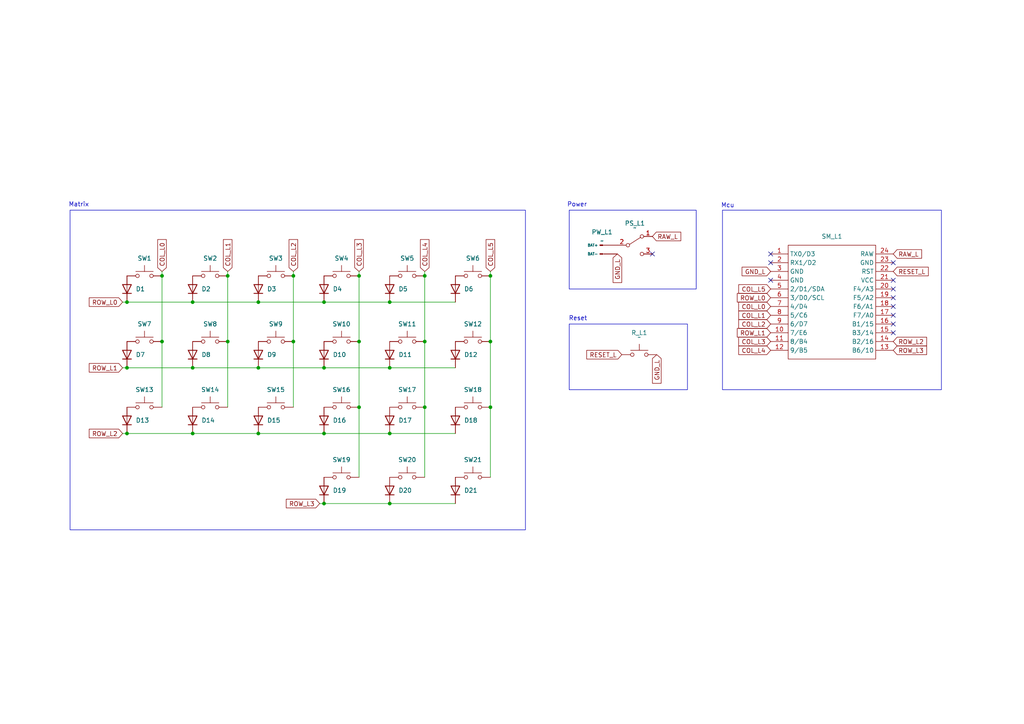
<source format=kicad_sch>
(kicad_sch (version 20250114) (generator "eeschema") (generator_version "9.0")
  (paper "A4")
  (lib_symbols
    (symbol "kometa:Battery" (pin_numbers (hide yes)) (pin_names (offset 1.778))
      (property "Reference" "PW" (at 0 4.826 0))
      (symbol "Battery_1_1"
        (rectangle (start -1.6764 1.397) (end -2.54 1.143) (stroke (width 0.1524)) (fill (type outline)))
        (rectangle (start -1.6764 -1.143) (end -2.54 -1.397) (stroke (width 0.1524)) (fill (type outline)))
        (polyline (pts (xy -1.27 1.27) (xy -1.6764 1.27)) (stroke (width 0.1524)))
        (polyline (pts (xy -1.27 -1.27) (xy -1.6764 -1.27)) (stroke (width 0.1524)))
        (pin passive line (at 2.54 1.27 180) (length 3.81) (name "BAT+") (number "1"))
        (pin passive line (at 2.54 -1.27 180) (length 3.81) (name "BAT-") (number "2"))
      )
    )
    (symbol "kometa:Diode" (pin_numbers (hide yes)) (pin_names (hide yes))
      (property "Reference" "D" (at 0 2.54 0))
      (symbol "Diode_0_1"
        (polyline (pts (xy -1.27 1.27) (xy -1.27 -1.27)) (stroke (width 0.254)))
        (polyline (pts (xy 1.27 1.27) (xy 1.27 -1.27) (xy -1.27 0) (xy 1.27 1.27)) (stroke (width 0.254)))
        (polyline (pts (xy 1.27 0) (xy -1.27 0)))
      )
      (symbol "Diode_1_1"
        (pin passive line (at -3.81 0 0) (length 2.54) (name "K") (number "1"))
        (pin passive line (at 3.81 0 180) (length 2.54) (name "A") (number "2"))
      )
    )
    (symbol "kometa:Keyswitch" (pin_numbers (hide yes)) (pin_names (hide yes))
      (property "Reference" "SW" (at 0 4.572 0))
      (symbol "Keyswitch_0_1"
        (circle (center -2.032 0) (radius 0.508))
        (polyline (pts (xy 0 1.27) (xy 0 3.048)))
        (circle (center 2.032 0) (radius 0.508))
        (polyline (pts (xy 2.54 1.27) (xy -2.54 1.27)))
        (pin passive line (at -5.08 0 0) (length 2.54) (name "1") (number "1"))
        (pin passive line (at 5.08 0 180) (length 2.54) (name "2") (number "2"))
      )
    )
    (symbol "kometa:Power" (pin_names (hide yes))
      (property "Reference" "PS" (at 0 7.874 0))
      (symbol "Power_0_0"
        (circle (center -4.572 0) (radius 0.508))
        (circle (center -0.508 -2.54) (radius 0.508))
      )
      (symbol "Power_0_1"
        (polyline (pts (xy -4.064 0.254) (xy -0.889 2.286)))
        (circle (center -0.508 2.54) (radius 0.508))
      )
      (symbol "Power_1_1"
        (pin passive line (at -7.62 0 0) (length 2.54) (name "B") (number "2"))
        (pin passive line (at 2.54 2.54 180) (length 2.54) (name "A") (number "1"))
        (pin passive line (at 2.54 -2.54 180) (length 2.54) (name "C") (number "3"))
      )
    )
    (symbol "kometa:Reset" (pin_numbers (hide yes)) (pin_names (offset 1.27) (hide yes))
      (property "Reference" "R" (at 0 4.826 0))
      (symbol "Reset_0_1"
        (circle (center -2.032 0) (radius 0.508))
        (polyline (pts (xy 0 1.27) (xy 0 3.048)))
        (circle (center 2.032 0) (radius 0.508))
        (polyline (pts (xy 2.54 1.27) (xy -2.54 1.27)))
        (pin passive line (at -5.08 0 0) (length 2.54) (name "1") (number "1"))
        (pin passive line (at 5.08 0 180) (length 2.54) (name "2") (number "2"))
      )
    )
    (symbol "kometa:SuperMini"
      (property "Reference" "SM" (at 0 17.272 0))
      (symbol "SuperMini_0_1"
        (rectangle (start -12.7 15.24) (end 12.7 -17.78))
      )
      (symbol "SuperMini_1_1"
        (pin bidirectional line (at -17.78 12.7 0) (length 5.08) (name "TX0/D3") (number "1"))
        (pin bidirectional line (at -17.78 10.16 0) (length 5.08) (name "RX1/D2") (number "2"))
        (pin power_in line (at -17.78 7.62 0) (length 5.08) (name "GND") (number "3"))
        (pin power_in line (at -17.78 5.08 0) (length 5.08) (name "GND") (number "4"))
        (pin bidirectional line (at -17.78 2.54 0) (length 5.08) (name "2/D1/SDA") (number "5"))
        (pin bidirectional line (at -17.78 0 0) (length 5.08) (name "3/D0/SCL") (number "6"))
        (pin bidirectional line (at -17.78 -2.54 0) (length 5.08) (name "4/D4") (number "7"))
        (pin bidirectional line (at -17.78 -5.08 0) (length 5.08) (name "5/C6") (number "8"))
        (pin bidirectional line (at -17.78 -7.62 0) (length 5.08) (name "6/D7") (number "9"))
        (pin bidirectional line (at -17.78 -10.16 0) (length 5.08) (name "7/E6") (number "10"))
        (pin bidirectional line (at -17.78 -12.7 0) (length 5.08) (name "8/B4") (number "11"))
        (pin bidirectional line (at -17.78 -15.24 0) (length 5.08) (name "9/B5") (number "12"))
        (pin power_out line (at 17.78 12.7 180) (length 5.08) (name "RAW") (number "24"))
        (pin power_in line (at 17.78 10.16 180) (length 5.08) (name "GND") (number "23"))
        (pin input line (at 17.78 7.62 180) (length 5.08) (name "RST") (number "22"))
        (pin power_in line (at 17.78 5.08 180) (length 5.08) (name "VCC") (number "21"))
        (pin bidirectional line (at 17.78 2.54 180) (length 5.08) (name "F4/A3") (number "20"))
        (pin bidirectional line (at 17.78 0 180) (length 5.08) (name "F5/A2") (number "19"))
        (pin bidirectional line (at 17.78 -2.54 180) (length 5.08) (name "F6/A1") (number "18"))
        (pin bidirectional line (at 17.78 -5.08 180) (length 5.08) (name "F7/A0") (number "17"))
        (pin bidirectional line (at 17.78 -7.62 180) (length 5.08) (name "B1/15") (number "16"))
        (pin bidirectional line (at 17.78 -10.16 180) (length 5.08) (name "B3/14") (number "15"))
        (pin bidirectional line (at 17.78 -12.7 180) (length 5.08) (name "B2/16") (number "14"))
        (pin bidirectional line (at 17.78 -15.24 180) (length 5.08) (name "B6/10") (number "13"))
      )
    )
  )
  (rectangle (start 165.1 60.96) (end 201.93 83.82))
  (rectangle (start 209.55 60.96) (end 273.05 113.03))
  (rectangle (start 165.1 93.98) (end 199.39 113.03))
  (rectangle (start 20.32 60.96) (end 152.4 153.67))
  (text "Reset\n" (at 167.64 92.456 0) (effects (font (size 1.27 1.27))))
  (text "Power" (at 167.386 59.436 0) (effects (font (size 1.27 1.27))))
  (text "Matrix\n" (at 22.86 59.436 0) (effects (font (size 1.27 1.27))))
  (text "Mcu" (at 211.074 59.69 0) (effects (font (size 1.27 1.27))))
  (junction (at 55.88 106.68))
  (junction (at 66.04 80.01))
  (junction (at 74.93 106.68))
  (junction (at 36.83 87.63))
  (junction (at 46.99 80.01))
  (junction (at 36.83 106.68))
  (junction (at 46.99 99.06))
  (junction (at 104.14 99.06))
  (junction (at 85.09 99.06))
  (junction (at 55.88 87.63))
  (junction (at 104.14 80.01))
  (junction (at 142.24 118.11))
  (junction (at 123.19 118.11))
  (junction (at 113.03 146.05))
  (junction (at 93.98 87.63))
  (junction (at 113.03 87.63))
  (junction (at 36.83 125.73))
  (junction (at 66.04 99.06))
  (junction (at 55.88 125.73))
  (junction (at 113.03 125.73))
  (junction (at 123.19 80.01))
  (junction (at 85.09 80.01))
  (junction (at 142.24 99.06))
  (junction (at 113.03 106.68))
  (junction (at 93.98 106.68))
  (junction (at 142.24 80.01))
  (junction (at 93.98 146.05))
  (junction (at 74.93 125.73))
  (junction (at 104.14 118.11))
  (junction (at 93.98 125.73))
  (junction (at 74.93 87.63))
  (junction (at 123.19 99.06))
  (no_connect (at 259.08 76.2))
  (no_connect (at 223.52 73.66))
  (no_connect (at 223.52 76.2))
  (no_connect (at 259.08 83.82))
  (no_connect (at 259.08 91.44))
  (no_connect (at 259.08 86.36))
  (no_connect (at 259.08 93.98))
  (no_connect (at 223.52 81.28))
  (no_connect (at 189.23 73.66))
  (no_connect (at 259.08 88.9))
  (no_connect (at 259.08 81.28))
  (no_connect (at 259.08 96.52))
  (wire (pts (xy 36.83 87.63) (xy 55.88 87.63)))
  (wire (pts (xy 36.83 106.68) (xy 55.88 106.68)))
  (wire (pts (xy 142.24 118.11) (xy 142.24 138.43)))
  (wire (pts (xy 104.14 80.01) (xy 104.14 99.06)))
  (wire (pts (xy 93.98 87.63) (xy 113.03 87.63)))
  (wire (pts (xy 104.14 78.74) (xy 104.14 80.01)))
  (wire (pts (xy 66.04 78.74) (xy 66.04 80.01)))
  (wire (pts (xy 93.98 106.68) (xy 113.03 106.68)))
  (wire (pts (xy 36.83 125.73) (xy 55.88 125.73)))
  (wire (pts (xy 93.98 125.73) (xy 113.03 125.73)))
  (wire (pts (xy 35.56 125.73) (xy 36.83 125.73)))
  (wire (pts (xy 35.56 87.63) (xy 36.83 87.63)))
  (wire (pts (xy 123.19 78.74) (xy 123.19 80.01)))
  (wire (pts (xy 46.99 78.74) (xy 46.99 80.01)))
  (wire (pts (xy 55.88 125.73) (xy 74.93 125.73)))
  (wire (pts (xy 46.99 99.06) (xy 46.99 118.11)))
  (wire (pts (xy 113.03 87.63) (xy 132.08 87.63)))
  (wire (pts (xy 113.03 106.68) (xy 132.08 106.68)))
  (wire (pts (xy 66.04 80.01) (xy 66.04 99.06)))
  (wire (pts (xy 46.99 80.01) (xy 46.99 99.06)))
  (wire (pts (xy 35.56 106.68) (xy 36.83 106.68)))
  (wire (pts (xy 66.04 99.06) (xy 66.04 118.11)))
  (wire (pts (xy 142.24 99.06) (xy 142.24 118.11)))
  (wire (pts (xy 142.24 80.01) (xy 142.24 99.06)))
  (wire (pts (xy 123.19 80.01) (xy 123.19 99.06)))
  (wire (pts (xy 113.03 146.05) (xy 132.08 146.05)))
  (wire (pts (xy 104.14 118.11) (xy 104.14 138.43)))
  (wire (pts (xy 104.14 99.06) (xy 104.14 118.11)))
  (wire (pts (xy 92.71 146.05) (xy 93.98 146.05)))
  (wire (pts (xy 142.24 78.74) (xy 142.24 80.01)))
  (wire (pts (xy 123.19 118.11) (xy 123.19 138.43)))
  (wire (pts (xy 55.88 106.68) (xy 74.93 106.68)))
  (wire (pts (xy 85.09 80.01) (xy 85.09 99.06)))
  (wire (pts (xy 113.03 125.73) (xy 132.08 125.73)))
  (wire (pts (xy 74.93 125.73) (xy 93.98 125.73)))
  (wire (pts (xy 85.09 99.06) (xy 85.09 118.11)))
  (wire (pts (xy 74.93 106.68) (xy 93.98 106.68)))
  (wire (pts (xy 93.98 146.05) (xy 113.03 146.05)))
  (wire (pts (xy 55.88 87.63) (xy 74.93 87.63)))
  (wire (pts (xy 123.19 99.06) (xy 123.19 118.11)))
  (wire (pts (xy 85.09 78.74) (xy 85.09 80.01)))
  (wire (pts (xy 74.93 87.63) (xy 93.98 87.63)))
  (global_label "ROW_L3" (shape input) (at 259.08 101.6 0) (property "Intersheetrefs" "${INTERSHEET_REFS}" (effects (hide yes))))
  (global_label "RESET_L" (shape input) (at 180.34 102.87 180) (property "Intersheetrefs" "${INTERSHEET_REFS}" (effects (hide yes))))
  (global_label "ROW_L2" (shape input) (at 35.56 125.73 180) (property "Intersheetrefs" "${INTERSHEET_REFS}" (effects (hide yes))))
  (global_label "RAW_L" (shape input) (at 189.23 68.58 0) (property "Intersheetrefs" "${INTERSHEET_REFS}" (effects (hide yes))))
  (global_label "GND_L" (shape input) (at 179.07 73.66 270) (property "Intersheetrefs" "${INTERSHEET_REFS}" (effects (hide yes))))
  (global_label "COL_L0" (shape input) (at 223.52 88.9 180) (property "Intersheetrefs" "${INTERSHEET_REFS}" (effects (hide yes))))
  (global_label "COL_L3" (shape input) (at 104.14 78.74 90) (property "Intersheetrefs" "${INTERSHEET_REFS}" (effects (hide yes))))
  (global_label "RAW_L" (shape input) (at 259.08 73.66 0) (property "Intersheetrefs" "${INTERSHEET_REFS}" (effects (hide yes))))
  (global_label "COL_L1" (shape input) (at 66.04 78.74 90) (property "Intersheetrefs" "${INTERSHEET_REFS}" (effects (hide yes))))
  (global_label "ROW_L0" (shape input) (at 35.56 87.63 180) (property "Intersheetrefs" "${INTERSHEET_REFS}" (effects (hide yes))))
  (global_label "ROW_L0" (shape input) (at 223.52 86.36 180) (property "Intersheetrefs" "${INTERSHEET_REFS}" (effects (hide yes))))
  (global_label "COL_L3" (shape input) (at 223.52 99.06 180) (property "Intersheetrefs" "${INTERSHEET_REFS}" (effects (hide yes))))
  (global_label "ROW_L2" (shape input) (at 259.08 99.06 0) (property "Intersheetrefs" "${INTERSHEET_REFS}" (effects (hide yes))))
  (global_label "COL_L4" (shape input) (at 123.19 78.74 90) (property "Intersheetrefs" "${INTERSHEET_REFS}" (effects (hide yes))))
  (global_label "ROW_L1" (shape input) (at 35.56 106.68 180) (property "Intersheetrefs" "${INTERSHEET_REFS}" (effects (hide yes))))
  (global_label "ROW_L1" (shape input) (at 223.52 96.52 180) (property "Intersheetrefs" "${INTERSHEET_REFS}" (effects (hide yes))))
  (global_label "COL_L2" (shape input) (at 223.52 93.98 180) (property "Intersheetrefs" "${INTERSHEET_REFS}" (effects (hide yes))))
  (global_label "COL_L0" (shape input) (at 46.99 78.74 90) (property "Intersheetrefs" "${INTERSHEET_REFS}" (effects (hide yes))))
  (global_label "COL_L5" (shape input) (at 142.24 78.74 90) (property "Intersheetrefs" "${INTERSHEET_REFS}" (effects (hide yes))))
  (global_label "COL_L2" (shape input) (at 85.09 78.74 90) (property "Intersheetrefs" "${INTERSHEET_REFS}" (effects (hide yes))))
  (global_label "GND_L" (shape input) (at 223.52 78.74 180) (property "Intersheetrefs" "${INTERSHEET_REFS}" (effects (hide yes))))
  (global_label "COL_L1" (shape input) (at 223.52 91.44 180) (property "Intersheetrefs" "${INTERSHEET_REFS}" (effects (hide yes))))
  (global_label "COL_L5" (shape input) (at 223.52 83.82 180) (property "Intersheetrefs" "${INTERSHEET_REFS}" (effects (hide yes))))
  (global_label "GND_L" (shape input) (at 190.5 102.87 270) (property "Intersheetrefs" "${INTERSHEET_REFS}" (effects (hide yes))))
  (global_label "ROW_L3" (shape input) (at 92.71 146.05 180) (property "Intersheetrefs" "${INTERSHEET_REFS}" (effects (hide yes))))
  (global_label "COL_L4" (shape input) (at 223.52 101.6 180) (property "Intersheetrefs" "${INTERSHEET_REFS}" (effects (hide yes))))
  (global_label "RESET_L" (shape input) (at 259.08 78.74 0) (property "Intersheetrefs" "${INTERSHEET_REFS}" (effects (hide yes))))
  (symbol (lib_id "kometa:Keyswitch") (at 80.01 99.06 0) (unit 1)
    (property "Reference" "SW9" (at 80.01 93.98 0))
    (property "Footprint" "lib:ChocV2" (effects (hide yes)))
  )
  (symbol (lib_id "kometa:Keyswitch") (at 137.16 99.06 0) (unit 1)
    (property "Reference" "SW12" (at 137.16 93.98 0))
    (property "Footprint" "lib:ChocV2" (effects (hide yes)))
  )
  (symbol (lib_id "kometa:Keyswitch") (at 41.91 80.01 0) (unit 1)
    (property "Reference" "SW1" (at 41.91 74.93 0))
    (property "Footprint" "lib:ChocV2" (effects (hide yes)))
  )
  (symbol (lib_id "kometa:Diode") (at 132.08 102.87 90) (unit 1)
    (property "Reference" "D12" (at 134.62 102.8699 90) (effects (justify right)))
    (property "Footprint" "lib:Diode" (effects (hide yes)))
  )
  (symbol (lib_id "kometa:Keyswitch") (at 137.16 80.01 0) (unit 1)
    (property "Reference" "SW6" (at 137.16 74.93 0))
    (property "Footprint" "lib:ChocV2" (effects (hide yes)))
  )
  (symbol (lib_id "kometa:Diode") (at 55.88 83.82 90) (unit 1)
    (property "Reference" "D2" (at 58.42 83.8199 90) (effects (justify right)))
    (property "Footprint" "lib:Diode" (effects (hide yes)))
  )
  (symbol (lib_id "kometa:Battery") (at 176.53 72.39 0) (unit 1)
    (property "Reference" "PW_L1" (at 174.625 67.31 0))
    (property "Value" "~" (at 174.625 69.85 0))
    (property "Footprint" "lib:Battery" (effects (hide yes)))
  )
  (symbol (lib_id "kometa:Diode") (at 74.93 102.87 90) (unit 1)
    (property "Reference" "D9" (at 77.47 102.8699 90) (effects (justify right)))
    (property "Footprint" "lib:Diode" (effects (hide yes)))
  )
  (symbol (lib_id "kometa:Keyswitch") (at 99.06 118.11 0) (unit 1)
    (property "Reference" "SW16" (at 99.06 113.03 0))
    (property "Footprint" "lib:ChocV2" (effects (hide yes)))
  )
  (symbol (lib_id "kometa:Keyswitch") (at 137.16 118.11 0) (unit 1)
    (property "Reference" "SW18" (at 137.16 113.03 0))
    (property "Footprint" "lib:ChocV2" (effects (hide yes)))
  )
  (symbol (lib_id "kometa:Keyswitch") (at 60.96 80.01 0) (unit 1)
    (property "Reference" "SW2" (at 60.96 74.93 0))
    (property "Footprint" "lib:ChocV2" (effects (hide yes)))
  )
  (symbol (lib_id "kometa:Keyswitch") (at 118.11 138.43 0) (unit 1)
    (property "Reference" "SW20" (at 118.11 133.35 0))
    (property "Footprint" "lib:ChocV2" (effects (hide yes)))
  )
  (symbol (lib_id "kometa:Diode") (at 93.98 142.24 90) (unit 1)
    (property "Reference" "D19" (at 96.52 142.2399 90) (effects (justify right)))
    (property "Footprint" "lib:Diode" (effects (hide yes)))
  )
  (symbol (lib_id "kometa:Keyswitch") (at 118.11 99.06 0) (unit 1)
    (property "Reference" "SW11" (at 118.11 93.98 0))
    (property "Footprint" "lib:ChocV2" (effects (hide yes)))
  )
  (symbol (lib_id "kometa:Keyswitch") (at 80.01 80.01 0) (unit 1)
    (property "Reference" "SW3" (at 80.01 74.93 0))
    (property "Footprint" "lib:ChocV2" (effects (hide yes)))
  )
  (symbol (lib_id "kometa:Diode") (at 113.03 142.24 90) (unit 1)
    (property "Reference" "D20" (at 115.57 142.2399 90) (effects (justify right)))
    (property "Footprint" "lib:Diode" (effects (hide yes)))
  )
  (symbol (lib_id "kometa:Diode") (at 74.93 121.92 90) (unit 1)
    (property "Reference" "D15" (at 77.47 121.9199 90) (effects (justify right)))
    (property "Footprint" "lib:Diode" (effects (hide yes)))
  )
  (symbol (lib_id "kometa:Reset") (at 185.42 102.87 0) (unit 1)
    (property "Reference" "R_L1" (at 185.42 96.52 0))
    (property "Value" "~" (at 185.42 97.79 0))
    (property "Footprint" "lib:Reset" (effects (hide yes)))
  )
  (symbol (lib_id "kometa:Diode") (at 74.93 83.82 90) (unit 1)
    (property "Reference" "D3" (at 77.47 83.8199 90) (effects (justify right)))
    (property "Footprint" "lib:Diode" (effects (hide yes)))
  )
  (symbol (lib_id "kometa:Diode") (at 113.03 102.87 90) (unit 1)
    (property "Reference" "D11" (at 115.57 102.8699 90) (effects (justify right)))
    (property "Footprint" "lib:Diode" (effects (hide yes)))
  )
  (symbol (lib_id "kometa:Diode") (at 132.08 121.92 90) (unit 1)
    (property "Reference" "D18" (at 134.62 121.9199 90) (effects (justify right)))
    (property "Footprint" "lib:Diode" (effects (hide yes)))
  )
  (symbol (lib_id "kometa:Diode") (at 36.83 83.82 90) (unit 1)
    (property "Reference" "D1" (at 39.37 83.8199 90) (effects (justify right)))
    (property "Footprint" "lib:Diode" (effects (hide yes)))
  )
  (symbol (lib_id "kometa:Diode") (at 36.83 121.92 90) (unit 1)
    (property "Reference" "D13" (at 39.37 121.9199 90) (effects (justify right)))
    (property "Footprint" "lib:Diode" (effects (hide yes)))
  )
  (symbol (lib_id "kometa:Keyswitch") (at 118.11 80.01 0) (unit 1)
    (property "Reference" "SW5" (at 118.11 74.93 0))
    (property "Footprint" "lib:ChocV2" (effects (hide yes)))
  )
  (symbol (lib_id "kometa:Diode") (at 113.03 121.92 90) (unit 1)
    (property "Reference" "D17" (at 115.57 121.9199 90) (effects (justify right)))
    (property "Footprint" "lib:Diode" (effects (hide yes)))
  )
  (symbol (lib_id "kometa:Keyswitch") (at 41.91 118.11 0) (unit 1)
    (property "Reference" "SW13" (at 41.91 113.03 0))
    (property "Footprint" "lib:ChocV2" (effects (hide yes)))
  )
  (symbol (lib_id "kometa:Diode") (at 132.08 83.82 90) (unit 1)
    (property "Reference" "D6" (at 134.62 83.8199 90) (effects (justify right)))
    (property "Footprint" "lib:Diode" (effects (hide yes)))
  )
  (symbol (lib_id "kometa:Keyswitch") (at 60.96 118.11 0) (unit 1)
    (property "Reference" "SW14" (at 60.96 113.03 0))
    (property "Footprint" "lib:ChocV2" (effects (hide yes)))
  )
  (symbol (lib_id "kometa:Diode") (at 55.88 102.87 90) (unit 1)
    (property "Reference" "D8" (at 58.42 102.8699 90) (effects (justify right)))
    (property "Footprint" "lib:Diode" (effects (hide yes)))
  )
  (symbol (lib_id "kometa:Keyswitch") (at 99.06 80.01 0) (unit 1)
    (property "Reference" "SW4" (at 99.06 74.93 0))
    (property "Footprint" "lib:ChocV2" (effects (hide yes)))
  )
  (symbol (lib_id "kometa:Keyswitch") (at 118.11 118.11 0) (unit 1)
    (property "Reference" "SW17" (at 118.11 113.03 0))
    (property "Footprint" "lib:ChocV2" (effects (hide yes)))
  )
  (symbol (lib_id "kometa:Keyswitch") (at 99.06 138.43 0) (unit 1)
    (property "Reference" "SW19" (at 99.06 133.35 0))
    (property "Footprint" "lib:ChocV2" (effects (hide yes)))
  )
  (symbol (lib_id "kometa:Keyswitch") (at 41.91 99.06 0) (unit 1)
    (property "Reference" "SW7" (at 41.91 93.98 0))
    (property "Footprint" "lib:ChocV2" (effects (hide yes)))
  )
  (symbol (lib_id "kometa:Diode") (at 132.08 142.24 90) (unit 1)
    (property "Reference" "D21" (at 134.62 142.2399 90) (effects (justify right)))
    (property "Footprint" "lib:Diode" (effects (hide yes)))
  )
  (symbol (lib_id "kometa:Diode") (at 113.03 83.82 90) (unit 1)
    (property "Reference" "D5" (at 115.57 83.8199 90) (effects (justify right)))
    (property "Footprint" "lib:Diode" (effects (hide yes)))
  )
  (symbol (lib_id "kometa:Keyswitch") (at 60.96 99.06 0) (unit 1)
    (property "Reference" "SW8" (at 60.96 93.98 0))
    (property "Footprint" "lib:ChocV2" (effects (hide yes)))
  )
  (symbol (lib_id "kometa:Keyswitch") (at 99.06 99.06 0) (unit 1)
    (property "Reference" "SW10" (at 99.06 93.98 0))
    (property "Footprint" "lib:ChocV2" (effects (hide yes)))
  )
  (symbol (lib_id "kometa:Keyswitch") (at 80.01 118.11 0) (unit 1)
    (property "Reference" "SW15" (at 80.01 113.03 0))
    (property "Footprint" "lib:ChocV2" (effects (hide yes)))
  )
  (symbol (lib_id "kometa:SuperMini") (at 241.3 86.36 0) (unit 1)
    (property "Reference" "SM_L1" (at 241.3 68.58 0))
    (property "Footprint" "lib:SuperMini" (effects (hide yes)))
  )
  (symbol (lib_id "kometa:Diode") (at 55.88 121.92 90) (unit 1)
    (property "Reference" "D14" (at 58.42 121.9199 90) (effects (justify right)))
    (property "Footprint" "lib:Diode" (effects (hide yes)))
  )
  (symbol (lib_id "kometa:Power") (at 186.69 71.12 0) (unit 1)
    (property "Reference" "PS_L1" (at 184.15 64.77 0))
    (property "Value" "~" (at 184.15 66.04 0))
    (property "Footprint" "lib:MSK-12C02" (effects (hide yes)))
  )
  (symbol (lib_id "kometa:Diode") (at 93.98 83.82 90) (unit 1)
    (property "Reference" "D4" (at 96.52 83.8199 90) (effects (justify right)))
    (property "Footprint" "lib:Diode" (effects (hide yes)))
  )
  (symbol (lib_id "kometa:Keyswitch") (at 137.16 138.43 0) (unit 1)
    (property "Reference" "SW21" (at 137.16 133.35 0))
    (property "Footprint" "lib:ChocV2" (effects (hide yes)))
  )
  (symbol (lib_id "kometa:Diode") (at 93.98 121.92 90) (unit 1)
    (property "Reference" "D16" (at 96.52 121.9199 90) (effects (justify right)))
    (property "Footprint" "lib:Diode" (effects (hide yes)))
  )
  (symbol (lib_id "kometa:Diode") (at 36.83 102.87 90) (unit 1)
    (property "Reference" "D7" (at 39.37 102.8699 90) (effects (justify right)))
    (property "Footprint" "lib:Diode" (effects (hide yes)))
  )
  (symbol (lib_id "kometa:Diode") (at 93.98 102.87 90) (unit 1)
    (property "Reference" "D10" (at 96.52 102.8699 90) (effects (justify right)))
    (property "Footprint" "lib:Diode" (effects (hide yes)))
  )
)
</source>
